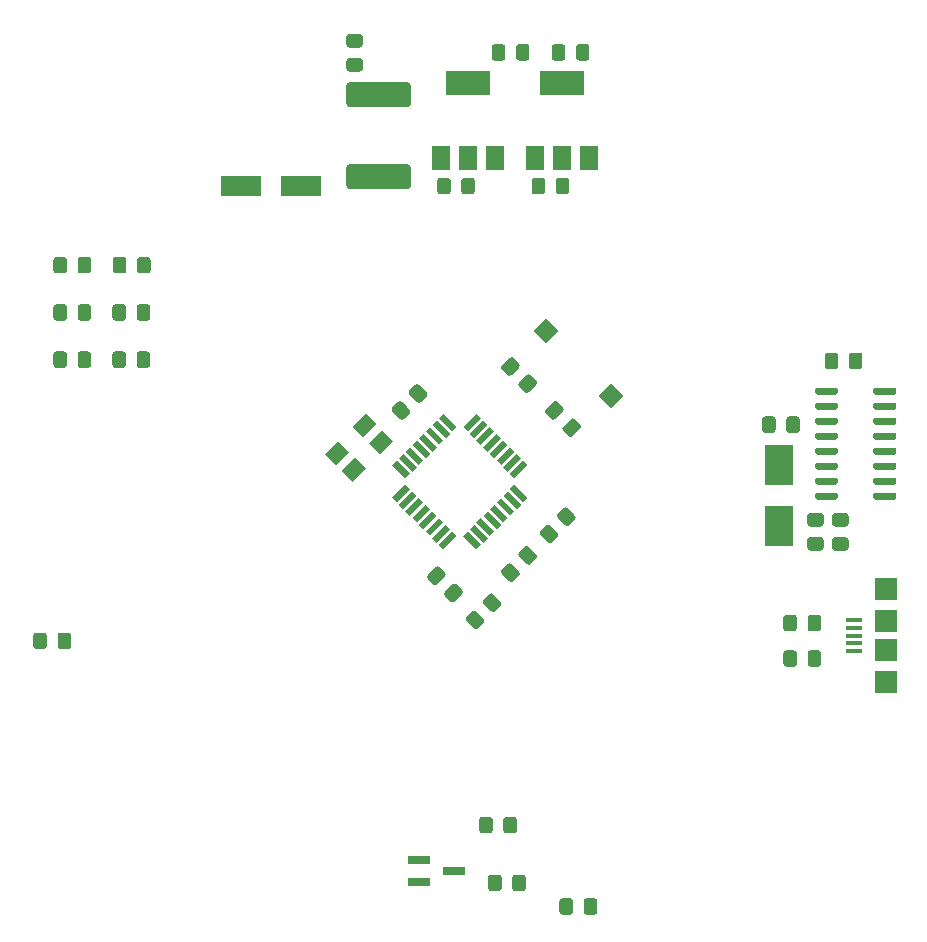
<source format=gbr>
%TF.GenerationSoftware,KiCad,Pcbnew,(5.1.6)-1*%
%TF.CreationDate,2020-10-25T22:56:54+03:00*%
%TF.ProjectId,modular-development-board,6d6f6475-6c61-4722-9d64-6576656c6f70,rev?*%
%TF.SameCoordinates,Original*%
%TF.FileFunction,Paste,Top*%
%TF.FilePolarity,Positive*%
%FSLAX46Y46*%
G04 Gerber Fmt 4.6, Leading zero omitted, Abs format (unit mm)*
G04 Created by KiCad (PCBNEW (5.1.6)-1) date 2020-10-25 22:56:54*
%MOMM*%
%LPD*%
G01*
G04 APERTURE LIST*
%ADD10R,1.500000X2.000000*%
%ADD11R,3.800000X2.000000*%
%ADD12R,3.500000X1.800000*%
%ADD13R,1.900000X0.800000*%
%ADD14C,0.100000*%
%ADD15R,2.400000X3.500000*%
%ADD16R,1.350000X0.400000*%
%ADD17R,1.900000X1.900000*%
G04 APERTURE END LIST*
D10*
%TO.C,U3*%
X77360400Y-48607200D03*
X81960400Y-48607200D03*
X79660400Y-48607200D03*
D11*
X79660400Y-42307200D03*
%TD*%
%TO.C,C1*%
G36*
G01*
X79911612Y-79724785D02*
X79275215Y-79088388D01*
G75*
G02*
X79275215Y-78734836I176776J176776D01*
G01*
X79734836Y-78275215D01*
G75*
G02*
X80088388Y-78275215I176776J-176776D01*
G01*
X80724785Y-78911612D01*
G75*
G02*
X80724785Y-79265164I-176776J-176776D01*
G01*
X80265164Y-79724785D01*
G75*
G02*
X79911612Y-79724785I-176776J176776D01*
G01*
G37*
G36*
G01*
X78462044Y-81174353D02*
X77825647Y-80537956D01*
G75*
G02*
X77825647Y-80184404I176776J176776D01*
G01*
X78285268Y-79724783D01*
G75*
G02*
X78638820Y-79724783I176776J-176776D01*
G01*
X79275217Y-80361180D01*
G75*
G02*
X79275217Y-80714732I-176776J-176776D01*
G01*
X78815596Y-81174353D01*
G75*
G02*
X78462044Y-81174353I-176776J176776D01*
G01*
G37*
%TD*%
%TO.C,C2*%
G36*
G01*
X65911612Y-70724785D02*
X65275215Y-70088388D01*
G75*
G02*
X65275215Y-69734836I176776J176776D01*
G01*
X65734836Y-69275215D01*
G75*
G02*
X66088388Y-69275215I176776J-176776D01*
G01*
X66724785Y-69911612D01*
G75*
G02*
X66724785Y-70265164I-176776J-176776D01*
G01*
X66265164Y-70724785D01*
G75*
G02*
X65911612Y-70724785I-176776J176776D01*
G01*
G37*
G36*
G01*
X67361180Y-69275217D02*
X66724783Y-68638820D01*
G75*
G02*
X66724783Y-68285268I176776J176776D01*
G01*
X67184404Y-67825647D01*
G75*
G02*
X67537956Y-67825647I176776J-176776D01*
G01*
X68174353Y-68462044D01*
G75*
G02*
X68174353Y-68815596I-176776J-176776D01*
G01*
X67714732Y-69275217D01*
G75*
G02*
X67361180Y-69275217I-176776J176776D01*
G01*
G37*
%TD*%
%TO.C,C3*%
G36*
G01*
X77449569Y-67813172D02*
X76813172Y-68449569D01*
G75*
G02*
X76459620Y-68449569I-176776J176776D01*
G01*
X75999999Y-67989948D01*
G75*
G02*
X75999999Y-67636396I176776J176776D01*
G01*
X76636396Y-66999999D01*
G75*
G02*
X76989948Y-66999999I176776J-176776D01*
G01*
X77449569Y-67459620D01*
G75*
G02*
X77449569Y-67813172I-176776J-176776D01*
G01*
G37*
G36*
G01*
X76000001Y-66363604D02*
X75363604Y-67000001D01*
G75*
G02*
X75010052Y-67000001I-176776J176776D01*
G01*
X74550431Y-66540380D01*
G75*
G02*
X74550431Y-66186828I176776J176776D01*
G01*
X75186828Y-65550431D01*
G75*
G02*
X75540380Y-65550431I176776J-176776D01*
G01*
X76000001Y-66010052D01*
G75*
G02*
X76000001Y-66363604I-176776J-176776D01*
G01*
G37*
%TD*%
%TO.C,C4*%
G36*
G01*
X76636396Y-83000001D02*
X75999999Y-82363604D01*
G75*
G02*
X75999999Y-82010052I176776J176776D01*
G01*
X76459620Y-81550431D01*
G75*
G02*
X76813172Y-81550431I176776J-176776D01*
G01*
X77449569Y-82186828D01*
G75*
G02*
X77449569Y-82540380I-176776J-176776D01*
G01*
X76989948Y-83000001D01*
G75*
G02*
X76636396Y-83000001I-176776J176776D01*
G01*
G37*
G36*
G01*
X75186828Y-84449569D02*
X74550431Y-83813172D01*
G75*
G02*
X74550431Y-83459620I176776J176776D01*
G01*
X75010052Y-82999999D01*
G75*
G02*
X75363604Y-82999999I176776J-176776D01*
G01*
X76000001Y-83636396D01*
G75*
G02*
X76000001Y-83989948I-176776J-176776D01*
G01*
X75540380Y-84449569D01*
G75*
G02*
X75186828Y-84449569I-176776J176776D01*
G01*
G37*
%TD*%
%TO.C,C5*%
G36*
G01*
X62527601Y-41316600D02*
X61627599Y-41316600D01*
G75*
G02*
X61377600Y-41066601I0J249999D01*
G01*
X61377600Y-40416599D01*
G75*
G02*
X61627599Y-40166600I249999J0D01*
G01*
X62527601Y-40166600D01*
G75*
G02*
X62777600Y-40416599I0J-249999D01*
G01*
X62777600Y-41066601D01*
G75*
G02*
X62527601Y-41316600I-249999J0D01*
G01*
G37*
G36*
G01*
X62527601Y-39266600D02*
X61627599Y-39266600D01*
G75*
G02*
X61377600Y-39016601I0J249999D01*
G01*
X61377600Y-38366599D01*
G75*
G02*
X61627599Y-38116600I249999J0D01*
G01*
X62527601Y-38116600D01*
G75*
G02*
X62777600Y-38366599I0J-249999D01*
G01*
X62777600Y-39016601D01*
G75*
G02*
X62527601Y-39266600I-249999J0D01*
G01*
G37*
%TD*%
%TO.C,C6*%
G36*
G01*
X70210400Y-50549999D02*
X70210400Y-51450001D01*
G75*
G02*
X69960401Y-51700000I-249999J0D01*
G01*
X69310399Y-51700000D01*
G75*
G02*
X69060400Y-51450001I0J249999D01*
G01*
X69060400Y-50549999D01*
G75*
G02*
X69310399Y-50300000I249999J0D01*
G01*
X69960401Y-50300000D01*
G75*
G02*
X70210400Y-50549999I0J-249999D01*
G01*
G37*
G36*
G01*
X72260400Y-50549999D02*
X72260400Y-51450001D01*
G75*
G02*
X72010401Y-51700000I-249999J0D01*
G01*
X71360399Y-51700000D01*
G75*
G02*
X71110400Y-51450001I0J249999D01*
G01*
X71110400Y-50549999D01*
G75*
G02*
X71360399Y-50300000I249999J0D01*
G01*
X72010401Y-50300000D01*
G75*
G02*
X72260400Y-50549999I0J-249999D01*
G01*
G37*
%TD*%
%TO.C,C7*%
G36*
G01*
X80260400Y-50549999D02*
X80260400Y-51450001D01*
G75*
G02*
X80010401Y-51700000I-249999J0D01*
G01*
X79360399Y-51700000D01*
G75*
G02*
X79110400Y-51450001I0J249999D01*
G01*
X79110400Y-50549999D01*
G75*
G02*
X79360399Y-50300000I249999J0D01*
G01*
X80010401Y-50300000D01*
G75*
G02*
X80260400Y-50549999I0J-249999D01*
G01*
G37*
G36*
G01*
X78210400Y-50549999D02*
X78210400Y-51450001D01*
G75*
G02*
X77960401Y-51700000I-249999J0D01*
G01*
X77310399Y-51700000D01*
G75*
G02*
X77060400Y-51450001I0J249999D01*
G01*
X77060400Y-50549999D01*
G75*
G02*
X77310399Y-50300000I249999J0D01*
G01*
X77960401Y-50300000D01*
G75*
G02*
X78210400Y-50549999I0J-249999D01*
G01*
G37*
%TD*%
%TO.C,C8*%
G36*
G01*
X97725000Y-70749999D02*
X97725000Y-71650001D01*
G75*
G02*
X97475001Y-71900000I-249999J0D01*
G01*
X96824999Y-71900000D01*
G75*
G02*
X96575000Y-71650001I0J249999D01*
G01*
X96575000Y-70749999D01*
G75*
G02*
X96824999Y-70500000I249999J0D01*
G01*
X97475001Y-70500000D01*
G75*
G02*
X97725000Y-70749999I0J-249999D01*
G01*
G37*
G36*
G01*
X99775000Y-70749999D02*
X99775000Y-71650001D01*
G75*
G02*
X99525001Y-71900000I-249999J0D01*
G01*
X98874999Y-71900000D01*
G75*
G02*
X98625000Y-71650001I0J249999D01*
G01*
X98625000Y-70749999D01*
G75*
G02*
X98874999Y-70500000I249999J0D01*
G01*
X99525001Y-70500000D01*
G75*
G02*
X99775000Y-70749999I0J-249999D01*
G01*
G37*
%TD*%
%TO.C,C9*%
G36*
G01*
X101875000Y-66250001D02*
X101875000Y-65349999D01*
G75*
G02*
X102124999Y-65100000I249999J0D01*
G01*
X102775001Y-65100000D01*
G75*
G02*
X103025000Y-65349999I0J-249999D01*
G01*
X103025000Y-66250001D01*
G75*
G02*
X102775001Y-66500000I-249999J0D01*
G01*
X102124999Y-66500000D01*
G75*
G02*
X101875000Y-66250001I0J249999D01*
G01*
G37*
G36*
G01*
X103925000Y-66250001D02*
X103925000Y-65349999D01*
G75*
G02*
X104174999Y-65100000I249999J0D01*
G01*
X104825001Y-65100000D01*
G75*
G02*
X105075000Y-65349999I0J-249999D01*
G01*
X105075000Y-66250001D01*
G75*
G02*
X104825001Y-66500000I-249999J0D01*
G01*
X104174999Y-66500000D01*
G75*
G02*
X103925000Y-66250001I0J249999D01*
G01*
G37*
%TD*%
%TO.C,C10*%
G36*
G01*
X102749999Y-78675000D02*
X103650001Y-78675000D01*
G75*
G02*
X103900000Y-78924999I0J-249999D01*
G01*
X103900000Y-79575001D01*
G75*
G02*
X103650001Y-79825000I-249999J0D01*
G01*
X102749999Y-79825000D01*
G75*
G02*
X102500000Y-79575001I0J249999D01*
G01*
X102500000Y-78924999D01*
G75*
G02*
X102749999Y-78675000I249999J0D01*
G01*
G37*
G36*
G01*
X102749999Y-80725000D02*
X103650001Y-80725000D01*
G75*
G02*
X103900000Y-80974999I0J-249999D01*
G01*
X103900000Y-81625001D01*
G75*
G02*
X103650001Y-81875000I-249999J0D01*
G01*
X102749999Y-81875000D01*
G75*
G02*
X102500000Y-81625001I0J249999D01*
G01*
X102500000Y-80974999D01*
G75*
G02*
X102749999Y-80725000I249999J0D01*
G01*
G37*
%TD*%
%TO.C,C11*%
G36*
G01*
X100649999Y-80725000D02*
X101550001Y-80725000D01*
G75*
G02*
X101800000Y-80974999I0J-249999D01*
G01*
X101800000Y-81625001D01*
G75*
G02*
X101550001Y-81875000I-249999J0D01*
G01*
X100649999Y-81875000D01*
G75*
G02*
X100400000Y-81625001I0J249999D01*
G01*
X100400000Y-80974999D01*
G75*
G02*
X100649999Y-80725000I249999J0D01*
G01*
G37*
G36*
G01*
X100649999Y-78675000D02*
X101550001Y-78675000D01*
G75*
G02*
X101800000Y-78924999I0J-249999D01*
G01*
X101800000Y-79575001D01*
G75*
G02*
X101550001Y-79825000I-249999J0D01*
G01*
X100649999Y-79825000D01*
G75*
G02*
X100400000Y-79575001I0J249999D01*
G01*
X100400000Y-78924999D01*
G75*
G02*
X100649999Y-78675000I249999J0D01*
G01*
G37*
%TD*%
D12*
%TO.C,D1*%
X57500000Y-51000000D03*
X52500000Y-51000000D03*
%TD*%
%TO.C,D2*%
G36*
G01*
X73813172Y-85550431D02*
X74449569Y-86186828D01*
G75*
G02*
X74449569Y-86540380I-176776J-176776D01*
G01*
X73989948Y-87000001D01*
G75*
G02*
X73636396Y-87000001I-176776J176776D01*
G01*
X72999999Y-86363604D01*
G75*
G02*
X72999999Y-86010052I176776J176776D01*
G01*
X73459620Y-85550431D01*
G75*
G02*
X73813172Y-85550431I176776J-176776D01*
G01*
G37*
G36*
G01*
X72363604Y-86999999D02*
X73000001Y-87636396D01*
G75*
G02*
X73000001Y-87989948I-176776J-176776D01*
G01*
X72540380Y-88449569D01*
G75*
G02*
X72186828Y-88449569I-176776J176776D01*
G01*
X71550431Y-87813172D01*
G75*
G02*
X71550431Y-87459620I176776J176776D01*
G01*
X72010052Y-86999999D01*
G75*
G02*
X72363604Y-86999999I176776J-176776D01*
G01*
G37*
%TD*%
%TO.C,D3*%
G36*
G01*
X76885600Y-39224799D02*
X76885600Y-40124801D01*
G75*
G02*
X76635601Y-40374800I-249999J0D01*
G01*
X75985599Y-40374800D01*
G75*
G02*
X75735600Y-40124801I0J249999D01*
G01*
X75735600Y-39224799D01*
G75*
G02*
X75985599Y-38974800I249999J0D01*
G01*
X76635601Y-38974800D01*
G75*
G02*
X76885600Y-39224799I0J-249999D01*
G01*
G37*
G36*
G01*
X74835600Y-39224799D02*
X74835600Y-40124801D01*
G75*
G02*
X74585601Y-40374800I-249999J0D01*
G01*
X73935599Y-40374800D01*
G75*
G02*
X73685600Y-40124801I0J249999D01*
G01*
X73685600Y-39224799D01*
G75*
G02*
X73935599Y-38974800I249999J0D01*
G01*
X74585601Y-38974800D01*
G75*
G02*
X74835600Y-39224799I0J-249999D01*
G01*
G37*
%TD*%
%TO.C,D4*%
G36*
G01*
X36575000Y-58150001D02*
X36575000Y-57249999D01*
G75*
G02*
X36824999Y-57000000I249999J0D01*
G01*
X37475001Y-57000000D01*
G75*
G02*
X37725000Y-57249999I0J-249999D01*
G01*
X37725000Y-58150001D01*
G75*
G02*
X37475001Y-58400000I-249999J0D01*
G01*
X36824999Y-58400000D01*
G75*
G02*
X36575000Y-58150001I0J249999D01*
G01*
G37*
G36*
G01*
X38625000Y-58150001D02*
X38625000Y-57249999D01*
G75*
G02*
X38874999Y-57000000I249999J0D01*
G01*
X39525001Y-57000000D01*
G75*
G02*
X39775000Y-57249999I0J-249999D01*
G01*
X39775000Y-58150001D01*
G75*
G02*
X39525001Y-58400000I-249999J0D01*
G01*
X38874999Y-58400000D01*
G75*
G02*
X38625000Y-58150001I0J249999D01*
G01*
G37*
%TD*%
%TO.C,D5*%
G36*
G01*
X38625000Y-62150001D02*
X38625000Y-61249999D01*
G75*
G02*
X38874999Y-61000000I249999J0D01*
G01*
X39525001Y-61000000D01*
G75*
G02*
X39775000Y-61249999I0J-249999D01*
G01*
X39775000Y-62150001D01*
G75*
G02*
X39525001Y-62400000I-249999J0D01*
G01*
X38874999Y-62400000D01*
G75*
G02*
X38625000Y-62150001I0J249999D01*
G01*
G37*
G36*
G01*
X36575000Y-62150001D02*
X36575000Y-61249999D01*
G75*
G02*
X36824999Y-61000000I249999J0D01*
G01*
X37475001Y-61000000D01*
G75*
G02*
X37725000Y-61249999I0J-249999D01*
G01*
X37725000Y-62150001D01*
G75*
G02*
X37475001Y-62400000I-249999J0D01*
G01*
X36824999Y-62400000D01*
G75*
G02*
X36575000Y-62150001I0J249999D01*
G01*
G37*
%TD*%
%TO.C,D6*%
G36*
G01*
X38625000Y-66150001D02*
X38625000Y-65249999D01*
G75*
G02*
X38874999Y-65000000I249999J0D01*
G01*
X39525001Y-65000000D01*
G75*
G02*
X39775000Y-65249999I0J-249999D01*
G01*
X39775000Y-66150001D01*
G75*
G02*
X39525001Y-66400000I-249999J0D01*
G01*
X38874999Y-66400000D01*
G75*
G02*
X38625000Y-66150001I0J249999D01*
G01*
G37*
G36*
G01*
X36575000Y-66150001D02*
X36575000Y-65249999D01*
G75*
G02*
X36824999Y-65000000I249999J0D01*
G01*
X37475001Y-65000000D01*
G75*
G02*
X37725000Y-65249999I0J-249999D01*
G01*
X37725000Y-66150001D01*
G75*
G02*
X37475001Y-66400000I-249999J0D01*
G01*
X36824999Y-66400000D01*
G75*
G02*
X36575000Y-66150001I0J249999D01*
G01*
G37*
%TD*%
%TO.C,F1*%
G36*
G01*
X61634600Y-42211000D02*
X66584600Y-42211000D01*
G75*
G02*
X66834600Y-42461000I0J-250000D01*
G01*
X66834600Y-44061000D01*
G75*
G02*
X66584600Y-44311000I-250000J0D01*
G01*
X61634600Y-44311000D01*
G75*
G02*
X61384600Y-44061000I0J250000D01*
G01*
X61384600Y-42461000D01*
G75*
G02*
X61634600Y-42211000I250000J0D01*
G01*
G37*
G36*
G01*
X61634600Y-49161000D02*
X66584600Y-49161000D01*
G75*
G02*
X66834600Y-49411000I0J-250000D01*
G01*
X66834600Y-51011000D01*
G75*
G02*
X66584600Y-51261000I-250000J0D01*
G01*
X61634600Y-51261000D01*
G75*
G02*
X61384600Y-51011000I0J250000D01*
G01*
X61384600Y-49411000D01*
G75*
G02*
X61634600Y-49161000I250000J0D01*
G01*
G37*
%TD*%
%TO.C,Q1*%
G36*
G01*
X75825000Y-104649999D02*
X75825000Y-105550001D01*
G75*
G02*
X75575001Y-105800000I-249999J0D01*
G01*
X74924999Y-105800000D01*
G75*
G02*
X74675000Y-105550001I0J249999D01*
G01*
X74675000Y-104649999D01*
G75*
G02*
X74924999Y-104400000I249999J0D01*
G01*
X75575001Y-104400000D01*
G75*
G02*
X75825000Y-104649999I0J-249999D01*
G01*
G37*
G36*
G01*
X73775000Y-104649999D02*
X73775000Y-105550001D01*
G75*
G02*
X73525001Y-105800000I-249999J0D01*
G01*
X72874999Y-105800000D01*
G75*
G02*
X72625000Y-105550001I0J249999D01*
G01*
X72625000Y-104649999D01*
G75*
G02*
X72874999Y-104400000I249999J0D01*
G01*
X73525001Y-104400000D01*
G75*
G02*
X73775000Y-104649999I0J-249999D01*
G01*
G37*
%TD*%
D13*
%TO.C,Q2*%
X67500000Y-108050000D03*
X67500000Y-109950000D03*
X70500000Y-109000000D03*
%TD*%
%TO.C,R1*%
G36*
G01*
X71174353Y-85537956D02*
X70537956Y-86174353D01*
G75*
G02*
X70184404Y-86174353I-176776J176776D01*
G01*
X69724783Y-85714732D01*
G75*
G02*
X69724783Y-85361180I176776J176776D01*
G01*
X70361180Y-84724783D01*
G75*
G02*
X70714732Y-84724783I176776J-176776D01*
G01*
X71174353Y-85184404D01*
G75*
G02*
X71174353Y-85537956I-176776J-176776D01*
G01*
G37*
G36*
G01*
X69724785Y-84088388D02*
X69088388Y-84724785D01*
G75*
G02*
X68734836Y-84724785I-176776J176776D01*
G01*
X68275215Y-84265164D01*
G75*
G02*
X68275215Y-83911612I176776J176776D01*
G01*
X68911612Y-83275215D01*
G75*
G02*
X69265164Y-83275215I176776J-176776D01*
G01*
X69724785Y-83734836D01*
G75*
G02*
X69724785Y-84088388I-176776J-176776D01*
G01*
G37*
%TD*%
%TO.C,R2*%
G36*
G01*
X79724783Y-71361180D02*
X80361180Y-70724783D01*
G75*
G02*
X80714732Y-70724783I176776J-176776D01*
G01*
X81174353Y-71184404D01*
G75*
G02*
X81174353Y-71537956I-176776J-176776D01*
G01*
X80537956Y-72174353D01*
G75*
G02*
X80184404Y-72174353I-176776J176776D01*
G01*
X79724783Y-71714732D01*
G75*
G02*
X79724783Y-71361180I176776J176776D01*
G01*
G37*
G36*
G01*
X78275215Y-69911612D02*
X78911612Y-69275215D01*
G75*
G02*
X79265164Y-69275215I176776J-176776D01*
G01*
X79724785Y-69734836D01*
G75*
G02*
X79724785Y-70088388I-176776J-176776D01*
G01*
X79088388Y-70724785D01*
G75*
G02*
X78734836Y-70724785I-176776J176776D01*
G01*
X78275215Y-70265164D01*
G75*
G02*
X78275215Y-69911612I176776J176776D01*
G01*
G37*
%TD*%
%TO.C,R3*%
G36*
G01*
X81965600Y-39224799D02*
X81965600Y-40124801D01*
G75*
G02*
X81715601Y-40374800I-249999J0D01*
G01*
X81065599Y-40374800D01*
G75*
G02*
X80815600Y-40124801I0J249999D01*
G01*
X80815600Y-39224799D01*
G75*
G02*
X81065599Y-38974800I249999J0D01*
G01*
X81715601Y-38974800D01*
G75*
G02*
X81965600Y-39224799I0J-249999D01*
G01*
G37*
G36*
G01*
X79915600Y-39224799D02*
X79915600Y-40124801D01*
G75*
G02*
X79665601Y-40374800I-249999J0D01*
G01*
X79015599Y-40374800D01*
G75*
G02*
X78765600Y-40124801I0J249999D01*
G01*
X78765600Y-39224799D01*
G75*
G02*
X79015599Y-38974800I249999J0D01*
G01*
X79665601Y-38974800D01*
G75*
G02*
X79915600Y-39224799I0J-249999D01*
G01*
G37*
%TD*%
%TO.C,R4*%
G36*
G01*
X100425000Y-88450001D02*
X100425000Y-87549999D01*
G75*
G02*
X100674999Y-87300000I249999J0D01*
G01*
X101325001Y-87300000D01*
G75*
G02*
X101575000Y-87549999I0J-249999D01*
G01*
X101575000Y-88450001D01*
G75*
G02*
X101325001Y-88700000I-249999J0D01*
G01*
X100674999Y-88700000D01*
G75*
G02*
X100425000Y-88450001I0J249999D01*
G01*
G37*
G36*
G01*
X98375000Y-88450001D02*
X98375000Y-87549999D01*
G75*
G02*
X98624999Y-87300000I249999J0D01*
G01*
X99275001Y-87300000D01*
G75*
G02*
X99525000Y-87549999I0J-249999D01*
G01*
X99525000Y-88450001D01*
G75*
G02*
X99275001Y-88700000I-249999J0D01*
G01*
X98624999Y-88700000D01*
G75*
G02*
X98375000Y-88450001I0J249999D01*
G01*
G37*
%TD*%
%TO.C,R5*%
G36*
G01*
X100425000Y-91450001D02*
X100425000Y-90549999D01*
G75*
G02*
X100674999Y-90300000I249999J0D01*
G01*
X101325001Y-90300000D01*
G75*
G02*
X101575000Y-90549999I0J-249999D01*
G01*
X101575000Y-91450001D01*
G75*
G02*
X101325001Y-91700000I-249999J0D01*
G01*
X100674999Y-91700000D01*
G75*
G02*
X100425000Y-91450001I0J249999D01*
G01*
G37*
G36*
G01*
X98375000Y-91450001D02*
X98375000Y-90549999D01*
G75*
G02*
X98624999Y-90300000I249999J0D01*
G01*
X99275001Y-90300000D01*
G75*
G02*
X99525000Y-90549999I0J-249999D01*
G01*
X99525000Y-91450001D01*
G75*
G02*
X99275001Y-91700000I-249999J0D01*
G01*
X98624999Y-91700000D01*
G75*
G02*
X98375000Y-91450001I0J249999D01*
G01*
G37*
%TD*%
%TO.C,R6*%
G36*
G01*
X82625000Y-111549999D02*
X82625000Y-112450001D01*
G75*
G02*
X82375001Y-112700000I-249999J0D01*
G01*
X81724999Y-112700000D01*
G75*
G02*
X81475000Y-112450001I0J249999D01*
G01*
X81475000Y-111549999D01*
G75*
G02*
X81724999Y-111300000I249999J0D01*
G01*
X82375001Y-111300000D01*
G75*
G02*
X82625000Y-111549999I0J-249999D01*
G01*
G37*
G36*
G01*
X80575000Y-111549999D02*
X80575000Y-112450001D01*
G75*
G02*
X80325001Y-112700000I-249999J0D01*
G01*
X79674999Y-112700000D01*
G75*
G02*
X79425000Y-112450001I0J249999D01*
G01*
X79425000Y-111549999D01*
G75*
G02*
X79674999Y-111300000I249999J0D01*
G01*
X80325001Y-111300000D01*
G75*
G02*
X80575000Y-111549999I0J-249999D01*
G01*
G37*
%TD*%
%TO.C,R7*%
G36*
G01*
X41600000Y-58150001D02*
X41600000Y-57249999D01*
G75*
G02*
X41849999Y-57000000I249999J0D01*
G01*
X42500001Y-57000000D01*
G75*
G02*
X42750000Y-57249999I0J-249999D01*
G01*
X42750000Y-58150001D01*
G75*
G02*
X42500001Y-58400000I-249999J0D01*
G01*
X41849999Y-58400000D01*
G75*
G02*
X41600000Y-58150001I0J249999D01*
G01*
G37*
G36*
G01*
X43650000Y-58150001D02*
X43650000Y-57249999D01*
G75*
G02*
X43899999Y-57000000I249999J0D01*
G01*
X44550001Y-57000000D01*
G75*
G02*
X44800000Y-57249999I0J-249999D01*
G01*
X44800000Y-58150001D01*
G75*
G02*
X44550001Y-58400000I-249999J0D01*
G01*
X43899999Y-58400000D01*
G75*
G02*
X43650000Y-58150001I0J249999D01*
G01*
G37*
%TD*%
%TO.C,R8*%
G36*
G01*
X43625000Y-62150001D02*
X43625000Y-61249999D01*
G75*
G02*
X43874999Y-61000000I249999J0D01*
G01*
X44525001Y-61000000D01*
G75*
G02*
X44775000Y-61249999I0J-249999D01*
G01*
X44775000Y-62150001D01*
G75*
G02*
X44525001Y-62400000I-249999J0D01*
G01*
X43874999Y-62400000D01*
G75*
G02*
X43625000Y-62150001I0J249999D01*
G01*
G37*
G36*
G01*
X41575000Y-62150001D02*
X41575000Y-61249999D01*
G75*
G02*
X41824999Y-61000000I249999J0D01*
G01*
X42475001Y-61000000D01*
G75*
G02*
X42725000Y-61249999I0J-249999D01*
G01*
X42725000Y-62150001D01*
G75*
G02*
X42475001Y-62400000I-249999J0D01*
G01*
X41824999Y-62400000D01*
G75*
G02*
X41575000Y-62150001I0J249999D01*
G01*
G37*
%TD*%
%TO.C,R9*%
G36*
G01*
X41575000Y-66150001D02*
X41575000Y-65249999D01*
G75*
G02*
X41824999Y-65000000I249999J0D01*
G01*
X42475001Y-65000000D01*
G75*
G02*
X42725000Y-65249999I0J-249999D01*
G01*
X42725000Y-66150001D01*
G75*
G02*
X42475001Y-66400000I-249999J0D01*
G01*
X41824999Y-66400000D01*
G75*
G02*
X41575000Y-66150001I0J249999D01*
G01*
G37*
G36*
G01*
X43625000Y-66150001D02*
X43625000Y-65249999D01*
G75*
G02*
X43874999Y-65000000I249999J0D01*
G01*
X44525001Y-65000000D01*
G75*
G02*
X44775000Y-65249999I0J-249999D01*
G01*
X44775000Y-66150001D01*
G75*
G02*
X44525001Y-66400000I-249999J0D01*
G01*
X43874999Y-66400000D01*
G75*
G02*
X43625000Y-66150001I0J249999D01*
G01*
G37*
%TD*%
%TO.C,R10*%
G36*
G01*
X75425000Y-110450001D02*
X75425000Y-109549999D01*
G75*
G02*
X75674999Y-109300000I249999J0D01*
G01*
X76325001Y-109300000D01*
G75*
G02*
X76575000Y-109549999I0J-249999D01*
G01*
X76575000Y-110450001D01*
G75*
G02*
X76325001Y-110700000I-249999J0D01*
G01*
X75674999Y-110700000D01*
G75*
G02*
X75425000Y-110450001I0J249999D01*
G01*
G37*
G36*
G01*
X73375000Y-110450001D02*
X73375000Y-109549999D01*
G75*
G02*
X73624999Y-109300000I249999J0D01*
G01*
X74275001Y-109300000D01*
G75*
G02*
X74525000Y-109549999I0J-249999D01*
G01*
X74525000Y-110450001D01*
G75*
G02*
X74275001Y-110700000I-249999J0D01*
G01*
X73624999Y-110700000D01*
G75*
G02*
X73375000Y-110450001I0J249999D01*
G01*
G37*
%TD*%
%TO.C,R11*%
G36*
G01*
X34875000Y-89950001D02*
X34875000Y-89049999D01*
G75*
G02*
X35124999Y-88800000I249999J0D01*
G01*
X35775001Y-88800000D01*
G75*
G02*
X36025000Y-89049999I0J-249999D01*
G01*
X36025000Y-89950001D01*
G75*
G02*
X35775001Y-90200000I-249999J0D01*
G01*
X35124999Y-90200000D01*
G75*
G02*
X34875000Y-89950001I0J249999D01*
G01*
G37*
G36*
G01*
X36925000Y-89950001D02*
X36925000Y-89049999D01*
G75*
G02*
X37174999Y-88800000I249999J0D01*
G01*
X37825001Y-88800000D01*
G75*
G02*
X38075000Y-89049999I0J-249999D01*
G01*
X38075000Y-89950001D01*
G75*
G02*
X37825001Y-90200000I-249999J0D01*
G01*
X37174999Y-90200000D01*
G75*
G02*
X36925000Y-89950001I0J249999D01*
G01*
G37*
%TD*%
D14*
%TO.C,SW1*%
G36*
X84818376Y-68757716D02*
G01*
X83757716Y-69818376D01*
X82697056Y-68757716D01*
X83757716Y-67697056D01*
X84818376Y-68757716D01*
G37*
G36*
X79302944Y-63242284D02*
G01*
X78242284Y-64302944D01*
X77181624Y-63242284D01*
X78242284Y-62181624D01*
X79302944Y-63242284D01*
G37*
%TD*%
%TO.C,U1*%
G36*
X69214555Y-70643666D02*
G01*
X69603464Y-70254757D01*
X70734835Y-71386128D01*
X70345926Y-71775037D01*
X69214555Y-70643666D01*
G37*
G36*
X68648870Y-71209352D02*
G01*
X69037779Y-70820443D01*
X70169150Y-71951814D01*
X69780241Y-72340723D01*
X68648870Y-71209352D01*
G37*
G36*
X68083184Y-71775037D02*
G01*
X68472093Y-71386128D01*
X69603464Y-72517499D01*
X69214555Y-72906408D01*
X68083184Y-71775037D01*
G37*
G36*
X67517499Y-72340722D02*
G01*
X67906408Y-71951813D01*
X69037779Y-73083184D01*
X68648870Y-73472093D01*
X67517499Y-72340722D01*
G37*
G36*
X66951813Y-72906408D02*
G01*
X67340722Y-72517499D01*
X68472093Y-73648870D01*
X68083184Y-74037779D01*
X66951813Y-72906408D01*
G37*
G36*
X66386128Y-73472093D02*
G01*
X66775037Y-73083184D01*
X67906408Y-74214555D01*
X67517499Y-74603464D01*
X66386128Y-73472093D01*
G37*
G36*
X65820443Y-74037779D02*
G01*
X66209352Y-73648870D01*
X67340723Y-74780241D01*
X66951814Y-75169150D01*
X65820443Y-74037779D01*
G37*
G36*
X65254757Y-74603464D02*
G01*
X65643666Y-74214555D01*
X66775037Y-75345926D01*
X66386128Y-75734835D01*
X65254757Y-74603464D01*
G37*
G36*
X65643666Y-77785445D02*
G01*
X65254757Y-77396536D01*
X66386128Y-76265165D01*
X66775037Y-76654074D01*
X65643666Y-77785445D01*
G37*
G36*
X66209352Y-78351130D02*
G01*
X65820443Y-77962221D01*
X66951814Y-76830850D01*
X67340723Y-77219759D01*
X66209352Y-78351130D01*
G37*
G36*
X66775037Y-78916816D02*
G01*
X66386128Y-78527907D01*
X67517499Y-77396536D01*
X67906408Y-77785445D01*
X66775037Y-78916816D01*
G37*
G36*
X67340722Y-79482501D02*
G01*
X66951813Y-79093592D01*
X68083184Y-77962221D01*
X68472093Y-78351130D01*
X67340722Y-79482501D01*
G37*
G36*
X67906408Y-80048187D02*
G01*
X67517499Y-79659278D01*
X68648870Y-78527907D01*
X69037779Y-78916816D01*
X67906408Y-80048187D01*
G37*
G36*
X68472093Y-80613872D02*
G01*
X68083184Y-80224963D01*
X69214555Y-79093592D01*
X69603464Y-79482501D01*
X68472093Y-80613872D01*
G37*
G36*
X69037779Y-81179557D02*
G01*
X68648870Y-80790648D01*
X69780241Y-79659277D01*
X70169150Y-80048186D01*
X69037779Y-81179557D01*
G37*
G36*
X69603464Y-81745243D02*
G01*
X69214555Y-81356334D01*
X70345926Y-80224963D01*
X70734835Y-80613872D01*
X69603464Y-81745243D01*
G37*
G36*
X71265165Y-80613872D02*
G01*
X71654074Y-80224963D01*
X72785445Y-81356334D01*
X72396536Y-81745243D01*
X71265165Y-80613872D01*
G37*
G36*
X71830850Y-80048186D02*
G01*
X72219759Y-79659277D01*
X73351130Y-80790648D01*
X72962221Y-81179557D01*
X71830850Y-80048186D01*
G37*
G36*
X72396536Y-79482501D02*
G01*
X72785445Y-79093592D01*
X73916816Y-80224963D01*
X73527907Y-80613872D01*
X72396536Y-79482501D01*
G37*
G36*
X72962221Y-78916816D02*
G01*
X73351130Y-78527907D01*
X74482501Y-79659278D01*
X74093592Y-80048187D01*
X72962221Y-78916816D01*
G37*
G36*
X73527907Y-78351130D02*
G01*
X73916816Y-77962221D01*
X75048187Y-79093592D01*
X74659278Y-79482501D01*
X73527907Y-78351130D01*
G37*
G36*
X74093592Y-77785445D02*
G01*
X74482501Y-77396536D01*
X75613872Y-78527907D01*
X75224963Y-78916816D01*
X74093592Y-77785445D01*
G37*
G36*
X74659277Y-77219759D02*
G01*
X75048186Y-76830850D01*
X76179557Y-77962221D01*
X75790648Y-78351130D01*
X74659277Y-77219759D01*
G37*
G36*
X75224963Y-76654074D02*
G01*
X75613872Y-76265165D01*
X76745243Y-77396536D01*
X76356334Y-77785445D01*
X75224963Y-76654074D01*
G37*
G36*
X75613872Y-75734835D02*
G01*
X75224963Y-75345926D01*
X76356334Y-74214555D01*
X76745243Y-74603464D01*
X75613872Y-75734835D01*
G37*
G36*
X75048186Y-75169150D02*
G01*
X74659277Y-74780241D01*
X75790648Y-73648870D01*
X76179557Y-74037779D01*
X75048186Y-75169150D01*
G37*
G36*
X74482501Y-74603464D02*
G01*
X74093592Y-74214555D01*
X75224963Y-73083184D01*
X75613872Y-73472093D01*
X74482501Y-74603464D01*
G37*
G36*
X73916816Y-74037779D02*
G01*
X73527907Y-73648870D01*
X74659278Y-72517499D01*
X75048187Y-72906408D01*
X73916816Y-74037779D01*
G37*
G36*
X73351130Y-73472093D02*
G01*
X72962221Y-73083184D01*
X74093592Y-71951813D01*
X74482501Y-72340722D01*
X73351130Y-73472093D01*
G37*
G36*
X72785445Y-72906408D02*
G01*
X72396536Y-72517499D01*
X73527907Y-71386128D01*
X73916816Y-71775037D01*
X72785445Y-72906408D01*
G37*
G36*
X72219759Y-72340723D02*
G01*
X71830850Y-71951814D01*
X72962221Y-70820443D01*
X73351130Y-71209352D01*
X72219759Y-72340723D01*
G37*
G36*
X71654074Y-71775037D02*
G01*
X71265165Y-71386128D01*
X72396536Y-70254757D01*
X72785445Y-70643666D01*
X71654074Y-71775037D01*
G37*
%TD*%
D11*
%TO.C,U2*%
X71660400Y-42307200D03*
D10*
X71660400Y-48607200D03*
X73960400Y-48607200D03*
X69360400Y-48607200D03*
%TD*%
%TO.C,U4*%
G36*
G01*
X101050000Y-68505000D02*
X101050000Y-68205000D01*
G75*
G02*
X101200000Y-68055000I150000J0D01*
G01*
X102850000Y-68055000D01*
G75*
G02*
X103000000Y-68205000I0J-150000D01*
G01*
X103000000Y-68505000D01*
G75*
G02*
X102850000Y-68655000I-150000J0D01*
G01*
X101200000Y-68655000D01*
G75*
G02*
X101050000Y-68505000I0J150000D01*
G01*
G37*
G36*
G01*
X101050000Y-69775000D02*
X101050000Y-69475000D01*
G75*
G02*
X101200000Y-69325000I150000J0D01*
G01*
X102850000Y-69325000D01*
G75*
G02*
X103000000Y-69475000I0J-150000D01*
G01*
X103000000Y-69775000D01*
G75*
G02*
X102850000Y-69925000I-150000J0D01*
G01*
X101200000Y-69925000D01*
G75*
G02*
X101050000Y-69775000I0J150000D01*
G01*
G37*
G36*
G01*
X101050000Y-71045000D02*
X101050000Y-70745000D01*
G75*
G02*
X101200000Y-70595000I150000J0D01*
G01*
X102850000Y-70595000D01*
G75*
G02*
X103000000Y-70745000I0J-150000D01*
G01*
X103000000Y-71045000D01*
G75*
G02*
X102850000Y-71195000I-150000J0D01*
G01*
X101200000Y-71195000D01*
G75*
G02*
X101050000Y-71045000I0J150000D01*
G01*
G37*
G36*
G01*
X101050000Y-72315000D02*
X101050000Y-72015000D01*
G75*
G02*
X101200000Y-71865000I150000J0D01*
G01*
X102850000Y-71865000D01*
G75*
G02*
X103000000Y-72015000I0J-150000D01*
G01*
X103000000Y-72315000D01*
G75*
G02*
X102850000Y-72465000I-150000J0D01*
G01*
X101200000Y-72465000D01*
G75*
G02*
X101050000Y-72315000I0J150000D01*
G01*
G37*
G36*
G01*
X101050000Y-73585000D02*
X101050000Y-73285000D01*
G75*
G02*
X101200000Y-73135000I150000J0D01*
G01*
X102850000Y-73135000D01*
G75*
G02*
X103000000Y-73285000I0J-150000D01*
G01*
X103000000Y-73585000D01*
G75*
G02*
X102850000Y-73735000I-150000J0D01*
G01*
X101200000Y-73735000D01*
G75*
G02*
X101050000Y-73585000I0J150000D01*
G01*
G37*
G36*
G01*
X101050000Y-74855000D02*
X101050000Y-74555000D01*
G75*
G02*
X101200000Y-74405000I150000J0D01*
G01*
X102850000Y-74405000D01*
G75*
G02*
X103000000Y-74555000I0J-150000D01*
G01*
X103000000Y-74855000D01*
G75*
G02*
X102850000Y-75005000I-150000J0D01*
G01*
X101200000Y-75005000D01*
G75*
G02*
X101050000Y-74855000I0J150000D01*
G01*
G37*
G36*
G01*
X101050000Y-76125000D02*
X101050000Y-75825000D01*
G75*
G02*
X101200000Y-75675000I150000J0D01*
G01*
X102850000Y-75675000D01*
G75*
G02*
X103000000Y-75825000I0J-150000D01*
G01*
X103000000Y-76125000D01*
G75*
G02*
X102850000Y-76275000I-150000J0D01*
G01*
X101200000Y-76275000D01*
G75*
G02*
X101050000Y-76125000I0J150000D01*
G01*
G37*
G36*
G01*
X101050000Y-77395000D02*
X101050000Y-77095000D01*
G75*
G02*
X101200000Y-76945000I150000J0D01*
G01*
X102850000Y-76945000D01*
G75*
G02*
X103000000Y-77095000I0J-150000D01*
G01*
X103000000Y-77395000D01*
G75*
G02*
X102850000Y-77545000I-150000J0D01*
G01*
X101200000Y-77545000D01*
G75*
G02*
X101050000Y-77395000I0J150000D01*
G01*
G37*
G36*
G01*
X106000000Y-77395000D02*
X106000000Y-77095000D01*
G75*
G02*
X106150000Y-76945000I150000J0D01*
G01*
X107800000Y-76945000D01*
G75*
G02*
X107950000Y-77095000I0J-150000D01*
G01*
X107950000Y-77395000D01*
G75*
G02*
X107800000Y-77545000I-150000J0D01*
G01*
X106150000Y-77545000D01*
G75*
G02*
X106000000Y-77395000I0J150000D01*
G01*
G37*
G36*
G01*
X106000000Y-76125000D02*
X106000000Y-75825000D01*
G75*
G02*
X106150000Y-75675000I150000J0D01*
G01*
X107800000Y-75675000D01*
G75*
G02*
X107950000Y-75825000I0J-150000D01*
G01*
X107950000Y-76125000D01*
G75*
G02*
X107800000Y-76275000I-150000J0D01*
G01*
X106150000Y-76275000D01*
G75*
G02*
X106000000Y-76125000I0J150000D01*
G01*
G37*
G36*
G01*
X106000000Y-74855000D02*
X106000000Y-74555000D01*
G75*
G02*
X106150000Y-74405000I150000J0D01*
G01*
X107800000Y-74405000D01*
G75*
G02*
X107950000Y-74555000I0J-150000D01*
G01*
X107950000Y-74855000D01*
G75*
G02*
X107800000Y-75005000I-150000J0D01*
G01*
X106150000Y-75005000D01*
G75*
G02*
X106000000Y-74855000I0J150000D01*
G01*
G37*
G36*
G01*
X106000000Y-73585000D02*
X106000000Y-73285000D01*
G75*
G02*
X106150000Y-73135000I150000J0D01*
G01*
X107800000Y-73135000D01*
G75*
G02*
X107950000Y-73285000I0J-150000D01*
G01*
X107950000Y-73585000D01*
G75*
G02*
X107800000Y-73735000I-150000J0D01*
G01*
X106150000Y-73735000D01*
G75*
G02*
X106000000Y-73585000I0J150000D01*
G01*
G37*
G36*
G01*
X106000000Y-72315000D02*
X106000000Y-72015000D01*
G75*
G02*
X106150000Y-71865000I150000J0D01*
G01*
X107800000Y-71865000D01*
G75*
G02*
X107950000Y-72015000I0J-150000D01*
G01*
X107950000Y-72315000D01*
G75*
G02*
X107800000Y-72465000I-150000J0D01*
G01*
X106150000Y-72465000D01*
G75*
G02*
X106000000Y-72315000I0J150000D01*
G01*
G37*
G36*
G01*
X106000000Y-71045000D02*
X106000000Y-70745000D01*
G75*
G02*
X106150000Y-70595000I150000J0D01*
G01*
X107800000Y-70595000D01*
G75*
G02*
X107950000Y-70745000I0J-150000D01*
G01*
X107950000Y-71045000D01*
G75*
G02*
X107800000Y-71195000I-150000J0D01*
G01*
X106150000Y-71195000D01*
G75*
G02*
X106000000Y-71045000I0J150000D01*
G01*
G37*
G36*
G01*
X106000000Y-69775000D02*
X106000000Y-69475000D01*
G75*
G02*
X106150000Y-69325000I150000J0D01*
G01*
X107800000Y-69325000D01*
G75*
G02*
X107950000Y-69475000I0J-150000D01*
G01*
X107950000Y-69775000D01*
G75*
G02*
X107800000Y-69925000I-150000J0D01*
G01*
X106150000Y-69925000D01*
G75*
G02*
X106000000Y-69775000I0J150000D01*
G01*
G37*
G36*
G01*
X106000000Y-68505000D02*
X106000000Y-68205000D01*
G75*
G02*
X106150000Y-68055000I150000J0D01*
G01*
X107800000Y-68055000D01*
G75*
G02*
X107950000Y-68205000I0J-150000D01*
G01*
X107950000Y-68505000D01*
G75*
G02*
X107800000Y-68655000I-150000J0D01*
G01*
X106150000Y-68655000D01*
G75*
G02*
X106000000Y-68505000I0J150000D01*
G01*
G37*
%TD*%
D14*
%TO.C,Y1*%
G36*
X61893934Y-76025305D02*
G01*
X60974695Y-75106066D01*
X62106066Y-73974695D01*
X63025305Y-74893934D01*
X61893934Y-76025305D01*
G37*
G36*
X64227386Y-73691853D02*
G01*
X63308147Y-72772614D01*
X64439518Y-71641243D01*
X65358757Y-72560482D01*
X64227386Y-73691853D01*
G37*
G36*
X62813172Y-72277639D02*
G01*
X61893933Y-71358400D01*
X63025304Y-70227029D01*
X63944543Y-71146268D01*
X62813172Y-72277639D01*
G37*
G36*
X60479720Y-74611091D02*
G01*
X59560481Y-73691852D01*
X60691852Y-72560481D01*
X61611091Y-73479720D01*
X60479720Y-74611091D01*
G37*
%TD*%
D15*
%TO.C,Y2*%
X98000000Y-74600000D03*
X98000000Y-79800000D03*
%TD*%
D16*
%TO.C,J12*%
X104400000Y-90350000D03*
X104400000Y-89700000D03*
X104400000Y-89050000D03*
X104400000Y-88400000D03*
X104400000Y-87750000D03*
D17*
X107075000Y-93000000D03*
X107075000Y-90250000D03*
X107075000Y-87850000D03*
X107075000Y-85100000D03*
%TD*%
M02*

</source>
